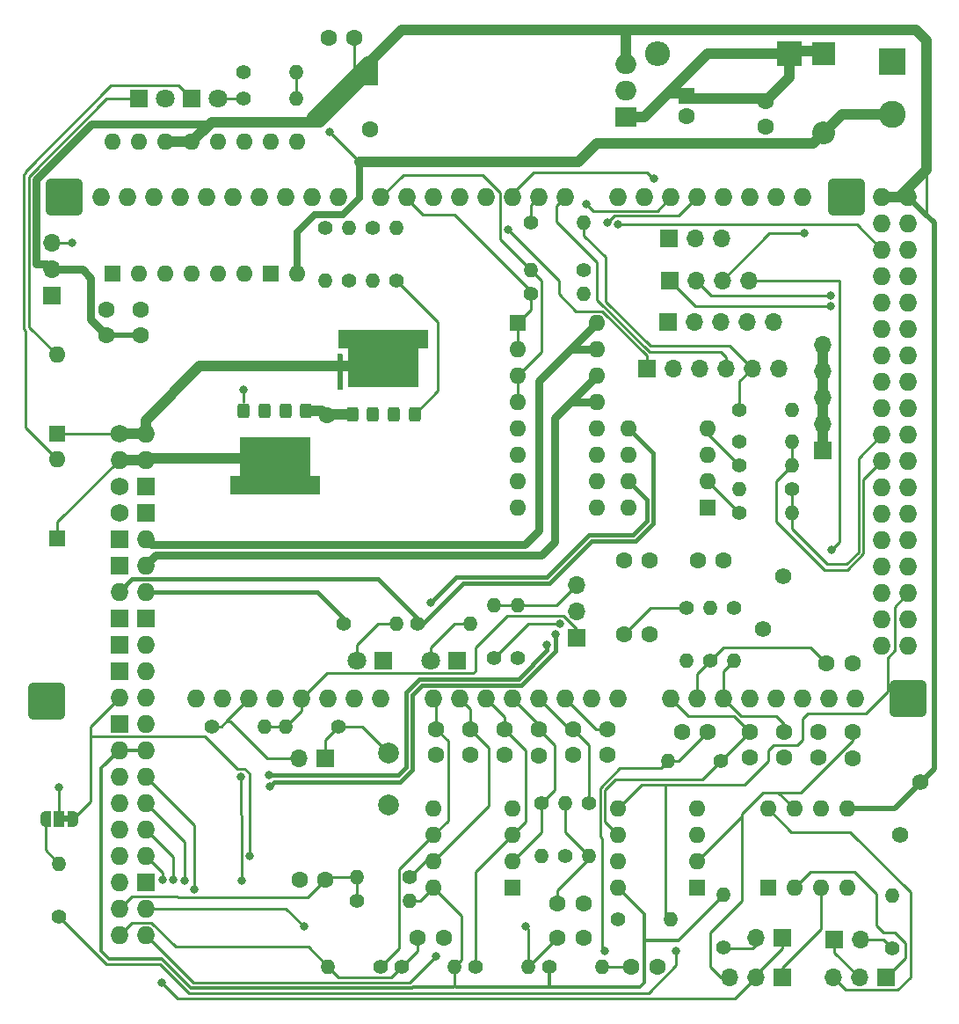
<source format=gtl>
G04 #@! TF.GenerationSoftware,KiCad,Pcbnew,9.0.2*
G04 #@! TF.CreationDate,2025-05-27T17:03:47+02:00*
G04 #@! TF.ProjectId,v0.4.3d,76302e34-2e33-4642-9e6b-696361645f70,4d*
G04 #@! TF.SameCoordinates,Original*
G04 #@! TF.FileFunction,Copper,L1,Top*
G04 #@! TF.FilePolarity,Positive*
%FSLAX46Y46*%
G04 Gerber Fmt 4.6, Leading zero omitted, Abs format (unit mm)*
G04 Created by KiCad (PCBNEW 9.0.2) date 2025-05-27 17:03:47*
%MOMM*%
%LPD*%
G01*
G04 APERTURE LIST*
G04 Aperture macros list*
%AMRoundRect*
0 Rectangle with rounded corners*
0 $1 Rounding radius*
0 $2 $3 $4 $5 $6 $7 $8 $9 X,Y pos of 4 corners*
0 Add a 4 corners polygon primitive as box body*
4,1,4,$2,$3,$4,$5,$6,$7,$8,$9,$2,$3,0*
0 Add four circle primitives for the rounded corners*
1,1,$1+$1,$2,$3*
1,1,$1+$1,$4,$5*
1,1,$1+$1,$6,$7*
1,1,$1+$1,$8,$9*
0 Add four rect primitives between the rounded corners*
20,1,$1+$1,$2,$3,$4,$5,0*
20,1,$1+$1,$4,$5,$6,$7,0*
20,1,$1+$1,$6,$7,$8,$9,0*
20,1,$1+$1,$8,$9,$2,$3,0*%
%AMFreePoly0*
4,1,23,0.550000,-0.750000,0.000000,-0.750000,0.000000,-0.745722,-0.065263,-0.745722,-0.191342,-0.711940,-0.304381,-0.646677,-0.396677,-0.554381,-0.461940,-0.441342,-0.495722,-0.315263,-0.495722,-0.250000,-0.500000,-0.250000,-0.500000,0.250000,-0.495722,0.250000,-0.495722,0.315263,-0.461940,0.441342,-0.396677,0.554381,-0.304381,0.646677,-0.191342,0.711940,-0.065263,0.745722,0.000000,0.745722,
0.000000,0.750000,0.550000,0.750000,0.550000,-0.750000,0.550000,-0.750000,$1*%
%AMFreePoly1*
4,1,23,0.000000,0.745722,0.065263,0.745722,0.191342,0.711940,0.304381,0.646677,0.396677,0.554381,0.461940,0.441342,0.495722,0.315263,0.495722,0.250000,0.500000,0.250000,0.500000,-0.250000,0.495722,-0.250000,0.495722,-0.315263,0.461940,-0.441342,0.396677,-0.554381,0.304381,-0.646677,0.191342,-0.711940,0.065263,-0.745722,0.000000,-0.745722,0.000000,-0.750000,-0.550000,-0.750000,
-0.550000,0.750000,0.000000,0.750000,0.000000,0.745722,0.000000,0.745722,$1*%
%AMFreePoly2*
4,1,9,3.630000,-4.300000,1.870000,-4.300000,1.870000,-3.400000,-1.870000,-3.400000,-1.870000,3.400000,1.870000,3.400000,1.870000,4.300000,3.630000,4.300000,3.630000,-4.300000,3.630000,-4.300000,$1*%
G04 Aperture macros list end*
G04 #@! TA.AperFunction,EtchedComponent*
%ADD10C,0.000000*%
G04 #@! TD*
G04 #@! TA.AperFunction,ComponentPad*
%ADD11O,1.727200X1.727200*%
G04 #@! TD*
G04 #@! TA.AperFunction,ComponentPad*
%ADD12R,1.700000X1.700000*%
G04 #@! TD*
G04 #@! TA.AperFunction,ComponentPad*
%ADD13O,1.700000X1.700000*%
G04 #@! TD*
G04 #@! TA.AperFunction,ComponentPad*
%ADD14R,1.600000X1.600000*%
G04 #@! TD*
G04 #@! TA.AperFunction,ComponentPad*
%ADD15O,1.600000X1.600000*%
G04 #@! TD*
G04 #@! TA.AperFunction,ComponentPad*
%ADD16R,2.600000X2.600000*%
G04 #@! TD*
G04 #@! TA.AperFunction,ComponentPad*
%ADD17C,2.600000*%
G04 #@! TD*
G04 #@! TA.AperFunction,ComponentPad*
%ADD18C,1.727200*%
G04 #@! TD*
G04 #@! TA.AperFunction,ComponentPad*
%ADD19R,1.727200X1.727200*%
G04 #@! TD*
G04 #@! TA.AperFunction,SMDPad,CuDef*
%ADD20FreePoly0,180.000000*%
G04 #@! TD*
G04 #@! TA.AperFunction,SMDPad,CuDef*
%ADD21R,1.000000X1.500000*%
G04 #@! TD*
G04 #@! TA.AperFunction,SMDPad,CuDef*
%ADD22FreePoly1,180.000000*%
G04 #@! TD*
G04 #@! TA.AperFunction,ComponentPad*
%ADD23C,1.600000*%
G04 #@! TD*
G04 #@! TA.AperFunction,ComponentPad*
%ADD24R,2.200000X2.200000*%
G04 #@! TD*
G04 #@! TA.AperFunction,ComponentPad*
%ADD25O,2.200000X2.200000*%
G04 #@! TD*
G04 #@! TA.AperFunction,ComponentPad*
%ADD26R,2.400000X2.400000*%
G04 #@! TD*
G04 #@! TA.AperFunction,ComponentPad*
%ADD27O,2.400000X2.400000*%
G04 #@! TD*
G04 #@! TA.AperFunction,ComponentPad*
%ADD28C,1.560000*%
G04 #@! TD*
G04 #@! TA.AperFunction,ComponentPad*
%ADD29C,1.400000*%
G04 #@! TD*
G04 #@! TA.AperFunction,ComponentPad*
%ADD30O,1.400000X1.400000*%
G04 #@! TD*
G04 #@! TA.AperFunction,ComponentPad*
%ADD31R,1.800000X1.800000*%
G04 #@! TD*
G04 #@! TA.AperFunction,ComponentPad*
%ADD32C,1.800000*%
G04 #@! TD*
G04 #@! TA.AperFunction,ComponentPad*
%ADD33R,2.000000X1.905000*%
G04 #@! TD*
G04 #@! TA.AperFunction,ComponentPad*
%ADD34O,2.000000X1.905000*%
G04 #@! TD*
G04 #@! TA.AperFunction,ComponentPad*
%ADD35C,2.000000*%
G04 #@! TD*
G04 #@! TA.AperFunction,ComponentPad*
%ADD36RoundRect,0.350000X-1.400000X1.400000X-1.400000X-1.400000X1.400000X-1.400000X1.400000X1.400000X0*%
G04 #@! TD*
G04 #@! TA.AperFunction,SMDPad,CuDef*
%ADD37RoundRect,0.300000X0.300000X-0.400000X0.300000X0.400000X-0.300000X0.400000X-0.300000X-0.400000X0*%
G04 #@! TD*
G04 #@! TA.AperFunction,SMDPad,CuDef*
%ADD38RoundRect,0.287500X0.737500X-0.287500X0.737500X0.287500X-0.737500X0.287500X-0.737500X-0.287500X0*%
G04 #@! TD*
G04 #@! TA.AperFunction,SMDPad,CuDef*
%ADD39FreePoly2,90.000000*%
G04 #@! TD*
G04 #@! TA.AperFunction,SMDPad,CuDef*
%ADD40RoundRect,0.300000X0.300000X-0.325000X0.300000X0.325000X-0.300000X0.325000X-0.300000X-0.325000X0*%
G04 #@! TD*
G04 #@! TA.AperFunction,SMDPad,CuDef*
%ADD41RoundRect,0.175000X0.175000X-0.450000X0.175000X0.450000X-0.175000X0.450000X-0.175000X-0.450000X0*%
G04 #@! TD*
G04 #@! TA.AperFunction,SMDPad,CuDef*
%ADD42RoundRect,0.175000X0.875000X-0.175000X0.875000X0.175000X-0.875000X0.175000X-0.875000X-0.175000X0*%
G04 #@! TD*
G04 #@! TA.AperFunction,SMDPad,CuDef*
%ADD43RoundRect,0.300000X-0.300000X0.400000X-0.300000X-0.400000X0.300000X-0.400000X0.300000X0.400000X0*%
G04 #@! TD*
G04 #@! TA.AperFunction,SMDPad,CuDef*
%ADD44RoundRect,0.287500X-0.737500X0.287500X-0.737500X-0.287500X0.737500X-0.287500X0.737500X0.287500X0*%
G04 #@! TD*
G04 #@! TA.AperFunction,SMDPad,CuDef*
%ADD45FreePoly2,270.000000*%
G04 #@! TD*
G04 #@! TA.AperFunction,SMDPad,CuDef*
%ADD46RoundRect,0.300000X-0.300000X0.325000X-0.300000X-0.325000X0.300000X-0.325000X0.300000X0.325000X0*%
G04 #@! TD*
G04 #@! TA.AperFunction,SMDPad,CuDef*
%ADD47RoundRect,0.175000X-0.175000X0.450000X-0.175000X-0.450000X0.175000X-0.450000X0.175000X0.450000X0*%
G04 #@! TD*
G04 #@! TA.AperFunction,SMDPad,CuDef*
%ADD48RoundRect,0.175000X-0.875000X0.175000X-0.875000X-0.175000X0.875000X-0.175000X0.875000X0.175000X0*%
G04 #@! TD*
G04 #@! TA.AperFunction,ViaPad*
%ADD49C,1.600000*%
G04 #@! TD*
G04 #@! TA.AperFunction,ViaPad*
%ADD50C,0.800000*%
G04 #@! TD*
G04 #@! TA.AperFunction,Conductor*
%ADD51C,1.000000*%
G04 #@! TD*
G04 #@! TA.AperFunction,Conductor*
%ADD52C,0.250000*%
G04 #@! TD*
G04 #@! TA.AperFunction,Conductor*
%ADD53C,0.750000*%
G04 #@! TD*
G04 #@! TA.AperFunction,Conductor*
%ADD54C,0.500000*%
G04 #@! TD*
G04 #@! TA.AperFunction,Conductor*
%ADD55C,0.700000*%
G04 #@! TD*
G04 #@! TA.AperFunction,Conductor*
%ADD56C,0.400000*%
G04 #@! TD*
G04 #@! TA.AperFunction,Conductor*
%ADD57C,0.350000*%
G04 #@! TD*
G04 APERTURE END LIST*
D10*
G04 #@! TA.AperFunction,EtchedComponent*
G36*
X125614000Y-117140000D02*
G01*
X125114000Y-117140000D01*
X125114000Y-116540000D01*
X125614000Y-116540000D01*
X125614000Y-117140000D01*
G37*
G04 #@! TD.AperFunction*
D11*
X160800000Y-57000000D03*
X163340000Y-57000000D03*
X137940000Y-105260000D03*
X145560000Y-105260000D03*
X148100000Y-105260000D03*
X203980000Y-57000000D03*
X206520000Y-57000000D03*
X160800000Y-105260000D03*
X163340000Y-105260000D03*
X165880000Y-105260000D03*
X168420000Y-105260000D03*
X170960000Y-105260000D03*
X173500000Y-105260000D03*
X176040000Y-105260000D03*
X178580000Y-105260000D03*
X183660000Y-105260000D03*
X186200000Y-105260000D03*
X188740000Y-105260000D03*
X191280000Y-105260000D03*
X193820000Y-105260000D03*
X196360000Y-105260000D03*
X198900000Y-105260000D03*
X201440000Y-105260000D03*
X133876000Y-57000000D03*
X173500000Y-57000000D03*
X170960000Y-57000000D03*
X168420000Y-57000000D03*
X165880000Y-57000000D03*
X158260000Y-57000000D03*
X155720000Y-57000000D03*
X151656000Y-57000000D03*
X149116000Y-57000000D03*
X146576000Y-57000000D03*
X144036000Y-57000000D03*
X141496000Y-57000000D03*
X138956000Y-57000000D03*
X178580000Y-57000000D03*
X181120000Y-57000000D03*
X183660000Y-57000000D03*
X186200000Y-57000000D03*
X188740000Y-57000000D03*
X191280000Y-57000000D03*
X193820000Y-57000000D03*
X196360000Y-57000000D03*
X203980000Y-59540000D03*
X206520000Y-59540000D03*
X203980000Y-62080000D03*
X206520000Y-62080000D03*
X203980000Y-64620000D03*
X206520000Y-64620000D03*
X203980000Y-67160000D03*
X206520000Y-67160000D03*
X203980000Y-69700000D03*
X206520000Y-69700000D03*
X203980000Y-72240000D03*
X206520000Y-72240000D03*
X203980000Y-74780000D03*
X206520000Y-74780000D03*
X203980000Y-77320000D03*
X206520000Y-77320000D03*
X203980000Y-79860000D03*
X206520000Y-79860000D03*
X203980000Y-82400000D03*
X206520000Y-82400000D03*
X203980000Y-84940000D03*
X206520000Y-84940000D03*
X203980000Y-87480000D03*
X206520000Y-87480000D03*
X203980000Y-90020000D03*
X206520000Y-90020000D03*
X203980000Y-92560000D03*
X206520000Y-92560000D03*
X203980000Y-95100000D03*
X206520000Y-95100000D03*
X203980000Y-97640000D03*
X206520000Y-97640000D03*
X136416000Y-57000000D03*
X150640000Y-105260000D03*
X153180000Y-105260000D03*
X203980000Y-100180000D03*
X206520000Y-100180000D03*
X140480000Y-105260000D03*
X143020000Y-105260000D03*
X128796000Y-57000000D03*
X131336000Y-57000000D03*
X155720000Y-105260000D03*
D12*
X181300000Y-73500000D03*
D13*
X183840000Y-73500000D03*
X186380000Y-73500000D03*
X188920000Y-73500000D03*
X191460000Y-73500000D03*
X194000000Y-73500000D03*
D14*
X193000000Y-123500000D03*
D15*
X195540000Y-123500000D03*
X198080000Y-123500000D03*
X200620000Y-123500000D03*
X200620000Y-115880000D03*
X198080000Y-115880000D03*
X195540000Y-115880000D03*
X193000000Y-115880000D03*
D16*
X205000000Y-44000000D03*
D17*
X205000000Y-49000000D03*
D12*
X198255000Y-81400000D03*
D13*
X198255000Y-78860000D03*
X198255000Y-76320000D03*
X198255000Y-73780000D03*
X198255000Y-71240000D03*
D12*
X174582000Y-99378000D03*
D13*
X174582000Y-96838000D03*
X174582000Y-94298000D03*
D18*
X130500000Y-79740000D03*
D11*
X133040000Y-79740000D03*
X130500000Y-82280000D03*
X133040000Y-82280000D03*
D18*
X130500000Y-84820000D03*
D19*
X133040000Y-84820000D03*
D18*
X130500000Y-87360000D03*
D19*
X133040000Y-87360000D03*
X130500000Y-89900000D03*
D11*
X133040000Y-89900000D03*
D19*
X130500000Y-92440000D03*
D11*
X133040000Y-92440000D03*
X130500000Y-94980000D03*
X133040000Y-94980000D03*
D19*
X130500000Y-97520000D03*
X133040000Y-97520000D03*
X130500000Y-100060000D03*
D11*
X133040000Y-100060000D03*
D19*
X130500000Y-102600000D03*
D11*
X133040000Y-102600000D03*
X130500000Y-105140000D03*
X133040000Y-105140000D03*
D19*
X130500000Y-107680000D03*
D11*
X133040000Y-107680000D03*
X130500000Y-110220000D03*
X133040000Y-110220000D03*
X130500000Y-112760000D03*
X133040000Y-112760000D03*
X130500000Y-115300000D03*
X133040000Y-115300000D03*
X130500000Y-117840000D03*
X133040000Y-117840000D03*
X130500000Y-120380000D03*
X133040000Y-120380000D03*
X130500000Y-122920000D03*
D19*
X133040000Y-122920000D03*
D11*
X130500000Y-125460000D03*
X133040000Y-125460000D03*
X130500000Y-128000000D03*
X133040000Y-128000000D03*
D12*
X194354000Y-132080000D03*
D13*
X191814000Y-132080000D03*
X189274000Y-132080000D03*
D14*
X129900000Y-64400000D03*
D15*
X132440000Y-64400000D03*
X134980000Y-64400000D03*
X137520000Y-64400000D03*
X140060000Y-64400000D03*
X142600000Y-64400000D03*
D14*
X145140000Y-64400000D03*
D15*
X147680000Y-64400000D03*
X147680000Y-51700000D03*
X145140000Y-51700000D03*
X142600000Y-51700000D03*
X140060000Y-51700000D03*
X137520000Y-51700000D03*
X134980000Y-51700000D03*
X132440000Y-51700000D03*
X129900000Y-51700000D03*
D12*
X183475000Y-61000000D03*
D13*
X186015000Y-61000000D03*
X188555000Y-61000000D03*
D12*
X183500000Y-65000000D03*
D13*
X186040000Y-65000000D03*
X188580000Y-65000000D03*
X191120000Y-65000000D03*
D12*
X183380000Y-69000000D03*
D13*
X185920000Y-69000000D03*
X188460000Y-69000000D03*
X191000000Y-69000000D03*
X193540000Y-69000000D03*
D20*
X126014000Y-116840000D03*
D21*
X124714000Y-116840000D03*
D22*
X123414000Y-116840000D03*
D14*
X154686000Y-45466000D03*
D23*
X154686000Y-50466000D03*
D14*
X124500000Y-79810000D03*
D15*
X124500000Y-72190000D03*
D14*
X124500000Y-89810000D03*
D15*
X124500000Y-82190000D03*
D24*
X198374000Y-43180000D03*
D25*
X198374000Y-50800000D03*
D26*
X195072000Y-43180000D03*
D27*
X182372000Y-43180000D03*
D28*
X205740000Y-118364000D03*
X207640000Y-113264000D03*
X192532000Y-98552000D03*
X194432000Y-93452000D03*
D29*
X154940000Y-59944000D03*
D30*
X154940000Y-65024000D03*
D29*
X195326000Y-85090000D03*
D30*
X190246000Y-85090000D03*
D29*
X190246000Y-80518000D03*
D30*
X195326000Y-80518000D03*
D29*
X157226000Y-65024000D03*
D30*
X157226000Y-59944000D03*
D29*
X190246000Y-87376000D03*
D30*
X195326000Y-87376000D03*
D29*
X190246000Y-82804000D03*
D30*
X195326000Y-82804000D03*
D29*
X142460000Y-45000000D03*
D30*
X147540000Y-45000000D03*
D29*
X152146000Y-98044000D03*
D30*
X157226000Y-98044000D03*
D29*
X170180000Y-66294000D03*
D30*
X175260000Y-66294000D03*
D29*
X175260000Y-64008000D03*
D30*
X170180000Y-64008000D03*
D29*
X150368000Y-59944000D03*
D30*
X150368000Y-65024000D03*
D29*
X152654000Y-65024000D03*
D30*
X152654000Y-59944000D03*
D29*
X142494000Y-47500000D03*
D30*
X147574000Y-47500000D03*
D29*
X173482000Y-120396000D03*
D30*
X173482000Y-115316000D03*
D29*
X188468000Y-111252000D03*
D30*
X183388000Y-111252000D03*
D29*
X175768000Y-115316000D03*
D30*
X175768000Y-120396000D03*
D29*
X171958000Y-131064000D03*
D30*
X177038000Y-131064000D03*
D29*
X171196000Y-115316000D03*
D30*
X171196000Y-120396000D03*
D29*
X157734000Y-131064000D03*
D30*
X162814000Y-131064000D03*
D29*
X153416000Y-124714000D03*
D30*
X158496000Y-124714000D03*
D29*
X164846000Y-131064000D03*
D30*
X169926000Y-131064000D03*
D29*
X155702000Y-131064000D03*
D30*
X150622000Y-131064000D03*
D29*
X158496000Y-122428000D03*
D30*
X153416000Y-122428000D03*
D29*
X188722000Y-129186000D03*
D30*
X188722000Y-124106000D03*
D29*
X139446000Y-107950000D03*
D30*
X144526000Y-107950000D03*
D29*
X151638000Y-107950000D03*
D30*
X146558000Y-107950000D03*
D29*
X190246000Y-77500000D03*
D30*
X195326000Y-77500000D03*
D29*
X170180000Y-59436000D03*
D30*
X175260000Y-59436000D03*
D29*
X185166000Y-96520000D03*
D30*
X185166000Y-101600000D03*
D29*
X124714000Y-126238000D03*
D30*
X124714000Y-121158000D03*
D29*
X189738000Y-96520000D03*
D30*
X189738000Y-101600000D03*
D29*
X187470000Y-101600000D03*
D30*
X187470000Y-96520000D03*
D14*
X168402000Y-123444000D03*
D15*
X168402000Y-120904000D03*
X168402000Y-118364000D03*
X168402000Y-115824000D03*
X160782000Y-115824000D03*
X160782000Y-118364000D03*
X160782000Y-120904000D03*
X160782000Y-123444000D03*
D14*
X187198000Y-86868000D03*
D15*
X187198000Y-84328000D03*
X187198000Y-81788000D03*
X187198000Y-79248000D03*
X179578000Y-79248000D03*
X179578000Y-81788000D03*
X179578000Y-84328000D03*
X179578000Y-86868000D03*
D14*
X186182000Y-123444000D03*
D15*
X186182000Y-120904000D03*
X186182000Y-118364000D03*
X186182000Y-115824000D03*
X178562000Y-115824000D03*
X178562000Y-118364000D03*
X178562000Y-120904000D03*
X178562000Y-123444000D03*
D14*
X168910000Y-69088000D03*
D15*
X168910000Y-71628000D03*
X168910000Y-74168000D03*
X168910000Y-76708000D03*
X168910000Y-79248000D03*
X168910000Y-81788000D03*
X168910000Y-84328000D03*
X168910000Y-86868000D03*
X176530000Y-86868000D03*
X176530000Y-84328000D03*
X176530000Y-81788000D03*
X176530000Y-79248000D03*
X176530000Y-76708000D03*
X176530000Y-74168000D03*
X176530000Y-71628000D03*
X176530000Y-69088000D03*
D31*
X137460000Y-47500000D03*
D32*
X140000000Y-47500000D03*
D31*
X155956000Y-101600000D03*
D32*
X153416000Y-101600000D03*
D31*
X163068000Y-101600000D03*
D32*
X160528000Y-101600000D03*
D31*
X132380000Y-47500000D03*
D32*
X134920000Y-47500000D03*
D33*
X179324000Y-49276000D03*
D34*
X179324000Y-46736000D03*
X179324000Y-44196000D03*
D29*
X204978000Y-129286000D03*
D30*
X204978000Y-124206000D03*
D12*
X204354000Y-132132000D03*
D13*
X201814000Y-132132000D03*
X199274000Y-132132000D03*
D12*
X199390000Y-128432000D03*
D13*
X201930000Y-128432000D03*
D12*
X194354000Y-128270000D03*
D13*
X191814000Y-128270000D03*
D14*
X185166000Y-47244000D03*
D23*
X185166000Y-49244000D03*
D29*
X168910000Y-101346000D03*
D30*
X168910000Y-96266000D03*
D29*
X166624000Y-101346000D03*
D30*
X166624000Y-96266000D03*
D29*
X159258000Y-98044000D03*
D30*
X164338000Y-98044000D03*
D29*
X178562000Y-126492000D03*
D30*
X183642000Y-126492000D03*
D23*
X132588000Y-67818000D03*
X132588000Y-70318000D03*
X129286000Y-67818000D03*
X129286000Y-70318000D03*
X187198000Y-108458000D03*
X184698000Y-108458000D03*
X172720000Y-124968000D03*
X175220000Y-124968000D03*
X179832000Y-131064000D03*
X182332000Y-131064000D03*
X191262000Y-108458000D03*
X191262000Y-110958000D03*
X174244000Y-108204000D03*
X174244000Y-110704000D03*
X170942000Y-110744000D03*
X170942000Y-108244000D03*
X172720000Y-128270000D03*
X175220000Y-128270000D03*
X159258000Y-128270000D03*
X161758000Y-128270000D03*
X150368000Y-122682000D03*
X147868000Y-122682000D03*
X167640000Y-108204000D03*
X167640000Y-110704000D03*
X161036000Y-108204000D03*
X161036000Y-110704000D03*
X164338000Y-108204000D03*
X164338000Y-110704000D03*
X197866000Y-108458000D03*
X197866000Y-110958000D03*
X201168000Y-110998000D03*
X201168000Y-108498000D03*
X192786000Y-47752000D03*
X192786000Y-50252000D03*
X153162000Y-41656000D03*
X150662000Y-41656000D03*
X194564000Y-108458000D03*
X194564000Y-110958000D03*
X198628000Y-101854000D03*
X201128000Y-101854000D03*
X181610000Y-91948000D03*
X179110000Y-91948000D03*
X188722000Y-91948000D03*
X186222000Y-91948000D03*
X181610000Y-99060000D03*
X179110000Y-99060000D03*
X177546000Y-108204000D03*
X177546000Y-110704000D03*
D12*
X150368000Y-110998000D03*
D13*
X147828000Y-110998000D03*
D35*
X156464000Y-110490000D03*
X156464000Y-115490000D03*
D12*
X124000000Y-66500000D03*
D13*
X124000000Y-63960000D03*
X124000000Y-61420000D03*
D36*
X123500000Y-105500000D03*
X125240000Y-57000000D03*
D37*
X152950000Y-77900000D03*
X154950000Y-77900000D03*
X156950000Y-77900000D03*
X158950000Y-77900000D03*
D38*
X153700000Y-74630000D03*
X155950000Y-74630000D03*
X158200000Y-74630000D03*
D39*
X155950000Y-73430000D03*
D38*
X153700000Y-73280000D03*
X155950000Y-73280000D03*
X158200000Y-73280000D03*
X153700000Y-71930000D03*
X155950000Y-71930000D03*
X158200000Y-71930000D03*
D40*
X152400000Y-70530000D03*
D41*
X155950000Y-70530000D03*
D40*
X159500000Y-70530000D03*
D42*
X154250000Y-70255000D03*
X157650000Y-70255000D03*
D43*
X148500000Y-77530000D03*
X146500000Y-77530000D03*
X144500000Y-77530000D03*
X142500000Y-77530000D03*
D44*
X147750000Y-80800000D03*
X145500000Y-80800000D03*
X143250000Y-80800000D03*
D45*
X145500000Y-82000000D03*
D44*
X147750000Y-82150000D03*
X145500000Y-82150000D03*
X143250000Y-82150000D03*
X147750000Y-83500000D03*
X145500000Y-83500000D03*
X143250000Y-83500000D03*
D46*
X149050000Y-84900000D03*
D47*
X145500000Y-84900000D03*
D46*
X141950000Y-84900000D03*
D48*
X147200000Y-85175000D03*
X143800000Y-85175000D03*
D36*
X206520000Y-105260000D03*
X200520000Y-57000000D03*
D49*
X150500000Y-78030000D03*
D50*
X177292000Y-129540000D03*
X161036000Y-130048000D03*
X148336000Y-127217010D03*
X169672000Y-127217010D03*
X150787000Y-50713000D03*
X160528000Y-96012000D03*
X196500000Y-60500000D03*
X199136000Y-90932000D03*
X175514000Y-57658000D03*
X178562000Y-59629950D03*
X199000000Y-67500000D03*
X199000000Y-66500000D03*
X177546000Y-59436000D03*
X167956399Y-60137000D03*
X137700000Y-123600000D03*
X136800000Y-122800002D03*
X143024998Y-120396000D03*
X172954021Y-98044000D03*
X135700000Y-122700000D03*
X134620000Y-132588000D03*
X134700000Y-122699998D03*
X171704000Y-100076000D03*
X144960160Y-112647417D03*
X144985348Y-113743352D03*
X172504010Y-99060000D03*
X142299998Y-122800000D03*
X142240000Y-112776000D03*
X182000000Y-55200000D03*
X184150000Y-129540000D03*
X124714000Y-113786000D03*
X126000000Y-61420000D03*
X142450000Y-75530000D03*
D51*
X133170000Y-82150000D02*
X143250000Y-82150000D01*
X133040000Y-82280000D02*
X133170000Y-82150000D01*
D52*
X161226000Y-75624000D02*
X161226000Y-69024000D01*
X161226000Y-69024000D02*
X157226000Y-65024000D01*
D51*
X138278686Y-73280000D02*
X133040000Y-78518686D01*
X133040000Y-78518686D02*
X133040000Y-79740000D01*
X153700000Y-73280000D02*
X138278686Y-73280000D01*
X150000000Y-77530000D02*
X150500000Y-78030000D01*
X150630000Y-77900000D02*
X150500000Y-78030000D01*
X148500000Y-77530000D02*
X150000000Y-77530000D01*
X152950000Y-77900000D02*
X150630000Y-77900000D01*
D52*
X182688001Y-111951999D02*
X178749591Y-111951999D01*
X187198000Y-108458000D02*
X184404000Y-111252000D01*
X183388000Y-111252000D02*
X182688001Y-111951999D01*
X178749591Y-111951999D02*
X176841990Y-113859600D01*
X137635989Y-132595989D02*
X158488011Y-132595989D01*
X176841990Y-113859600D02*
X176841990Y-118547580D01*
X158488011Y-132595989D02*
X161036000Y-130048000D01*
X184404000Y-111252000D02*
X183388000Y-111252000D01*
X177038000Y-118743590D02*
X177038000Y-129286000D01*
X176841990Y-118547580D02*
X177038000Y-118743590D01*
X133040000Y-128000000D02*
X137635989Y-132595989D01*
X177038000Y-129286000D02*
X177292000Y-129540000D01*
X173482000Y-115316000D02*
X173482000Y-118110000D01*
X175768000Y-120650000D02*
X175768000Y-120396000D01*
X173482000Y-118110000D02*
X175768000Y-120396000D01*
X172720000Y-123698000D02*
X175768000Y-120650000D01*
X172720000Y-124968000D02*
X172720000Y-123698000D01*
X161036000Y-108204000D02*
X161036000Y-105496000D01*
X160782000Y-118364000D02*
X162161001Y-116984999D01*
X160782000Y-118364000D02*
X157470999Y-121675001D01*
X161036000Y-105496000D02*
X160800000Y-105260000D01*
X162161001Y-116984999D02*
X162161001Y-109329001D01*
X162161001Y-109329001D02*
X161036000Y-108204000D01*
X157470999Y-129295001D02*
X155702000Y-131064000D01*
X157470999Y-121675001D02*
X157470999Y-129295001D01*
X133040000Y-125460000D02*
X146578990Y-125460000D01*
X146578990Y-125460000D02*
X148336000Y-127217010D01*
X172720000Y-128270000D02*
X169926000Y-131064000D01*
X169926000Y-127471010D02*
X169672000Y-127217010D01*
X169926000Y-131064000D02*
X169926000Y-127471010D01*
X157734000Y-131064000D02*
X156708999Y-132089001D01*
X131688601Y-126811399D02*
X133610529Y-126811399D01*
X135949130Y-129150000D02*
X148708000Y-129150000D01*
X151647001Y-132089001D02*
X150622000Y-131064000D01*
X159258000Y-128270000D02*
X159258000Y-129540000D01*
X133610529Y-126811399D02*
X135949130Y-129150000D01*
X148708000Y-129150000D02*
X150622000Y-131064000D01*
X156708999Y-132089001D02*
X151647001Y-132089001D01*
X130500000Y-128000000D02*
X131688601Y-126811399D01*
X159258000Y-129540000D02*
X157734000Y-131064000D01*
X150368000Y-122682000D02*
X148626999Y-124423001D01*
X130500000Y-125460000D02*
X131688601Y-124271399D01*
X136223001Y-124423001D02*
X136071399Y-124271399D01*
X148626999Y-124423001D02*
X136223001Y-124423001D01*
X150622000Y-122428000D02*
X150368000Y-122682000D01*
X153416000Y-122428000D02*
X150622000Y-122428000D01*
X153416000Y-122428000D02*
X153416000Y-124714000D01*
X131688601Y-124271399D02*
X136071399Y-124271399D01*
X167640000Y-108204000D02*
X169672000Y-110236000D01*
X167640000Y-107020000D02*
X165880000Y-105260000D01*
X169672000Y-110236000D02*
X169672000Y-117094000D01*
X164846000Y-121920000D02*
X164846000Y-131064000D01*
X168402000Y-118364000D02*
X164846000Y-121920000D01*
X167640000Y-108204000D02*
X167640000Y-107020000D01*
X169672000Y-117094000D02*
X168402000Y-118364000D01*
X172466000Y-109768000D02*
X172466000Y-114046000D01*
X168402000Y-120904000D02*
X171196000Y-118110000D01*
X170942000Y-107782000D02*
X170942000Y-108244000D01*
X168420000Y-105260000D02*
X170942000Y-107782000D01*
X170942000Y-108244000D02*
X172466000Y-109768000D01*
X171196000Y-118110000D02*
X171196000Y-115316000D01*
X172466000Y-114046000D02*
X171196000Y-115316000D01*
D53*
X127762000Y-64762000D02*
X126960000Y-63960000D01*
D51*
X208280000Y-54356000D02*
X205636000Y-57000000D01*
X206520000Y-57000000D02*
X203980000Y-57000000D01*
D52*
X208280000Y-54356000D02*
X208280000Y-58420000D01*
D54*
X209000000Y-112056000D02*
X209000000Y-59480000D01*
D52*
X123500000Y-63460000D02*
X124000000Y-63960000D01*
X173323997Y-97318999D02*
X167857001Y-97318999D01*
X164611999Y-102825001D02*
X150534999Y-102825001D01*
D51*
X154686000Y-45466000D02*
X154940000Y-45212000D01*
D52*
X148100000Y-106408000D02*
X148100000Y-105260000D01*
D53*
X139220000Y-50000000D02*
X139436000Y-49784000D01*
D54*
X132588000Y-70318000D02*
X129286000Y-70318000D01*
D52*
X154940000Y-43688000D02*
X154940000Y-43942000D01*
X153162000Y-46922988D02*
X152620494Y-47464494D01*
X164846000Y-100330000D02*
X164846000Y-102591000D01*
D51*
X154940000Y-43942000D02*
X154432000Y-43942000D01*
D54*
X209000000Y-59480000D02*
X208110000Y-58590000D01*
X200620000Y-115880000D02*
X205176000Y-115880000D01*
D51*
X149860000Y-49784000D02*
X152620494Y-47023506D01*
D52*
X174582000Y-99378000D02*
X174582000Y-98577002D01*
D51*
X154178000Y-45466000D02*
X154686000Y-45466000D01*
D52*
X208280000Y-58420000D02*
X208110000Y-58590000D01*
D51*
X157734000Y-40894000D02*
X207264000Y-40894000D01*
X149098000Y-49276000D02*
X149098000Y-49784000D01*
X205636000Y-57000000D02*
X203980000Y-57000000D01*
X149098000Y-49784000D02*
X149860000Y-49784000D01*
D52*
X146558000Y-107950000D02*
X148100000Y-106408000D01*
D51*
X154432000Y-43942000D02*
X149098000Y-49276000D01*
X207264000Y-40894000D02*
X208280000Y-41910000D01*
D52*
X164846000Y-102591000D02*
X164611999Y-102825001D01*
D54*
X208110000Y-58590000D02*
X206520000Y-57000000D01*
D52*
X153162000Y-41656000D02*
X153162000Y-46922988D01*
D51*
X134980000Y-51700000D02*
X137520000Y-51700000D01*
D53*
X129286000Y-70318000D02*
X127762000Y-68794000D01*
D54*
X205176000Y-115880000D02*
X209000000Y-112056000D01*
D51*
X179324000Y-44196000D02*
X179324000Y-41402000D01*
D53*
X126960000Y-63960000D02*
X124000000Y-63960000D01*
X122500000Y-63460000D02*
X123500000Y-63460000D01*
D52*
X144526000Y-107950000D02*
X146558000Y-107950000D01*
D53*
X127800000Y-50000000D02*
X139220000Y-50000000D01*
X127762000Y-68794000D02*
X127762000Y-64762000D01*
X127800000Y-50000000D02*
X122500000Y-55300000D01*
D51*
X139436000Y-49784000D02*
X149098000Y-49784000D01*
X152654000Y-46990000D02*
X154178000Y-45466000D01*
D52*
X167857001Y-97318999D02*
X164846000Y-100330000D01*
D53*
X122500000Y-55300000D02*
X122500000Y-63460000D01*
D51*
X154940000Y-45212000D02*
X154940000Y-43688000D01*
X208280000Y-41910000D02*
X208280000Y-54356000D01*
X154940000Y-43688000D02*
X157734000Y-40894000D01*
X137520000Y-51700000D02*
X139436000Y-49784000D01*
D52*
X150534999Y-102825001D02*
X148100000Y-105260000D01*
X174582000Y-98577002D02*
X173323997Y-97318999D01*
D55*
X147680000Y-64400000D02*
X147680000Y-60346000D01*
D52*
X172614000Y-96266000D02*
X174582000Y-94298000D01*
D51*
X200152000Y-49022000D02*
X204978000Y-49022000D01*
X204978000Y-49022000D02*
X205000000Y-49000000D01*
D52*
X167132000Y-96266000D02*
X169418000Y-96266000D01*
D55*
X153633010Y-53594000D02*
X153633010Y-57113010D01*
D52*
X147540000Y-47466000D02*
X147574000Y-47500000D01*
X147540000Y-45000000D02*
X147540000Y-47466000D01*
D55*
X152072020Y-58674000D02*
X153633010Y-57113010D01*
D52*
X150787000Y-50747990D02*
X153633010Y-53594000D01*
D51*
X176530000Y-51816000D02*
X197358000Y-51816000D01*
X174752000Y-53594000D02*
X176530000Y-51816000D01*
D55*
X149352000Y-58674000D02*
X152072020Y-58674000D01*
D52*
X150787000Y-50713000D02*
X150787000Y-50747990D01*
X169418000Y-96266000D02*
X172614000Y-96266000D01*
D51*
X153633010Y-53594000D02*
X174752000Y-53594000D01*
X197358000Y-51816000D02*
X200152000Y-49022000D01*
D55*
X147680000Y-60346000D02*
X149352000Y-58674000D01*
D52*
X157226000Y-98044000D02*
X155448000Y-98044000D01*
X153416000Y-100076000D02*
X153416000Y-101600000D01*
X155448000Y-98044000D02*
X153416000Y-100076000D01*
X160528000Y-100330000D02*
X160528000Y-101600000D01*
X164338000Y-98044000D02*
X162814000Y-98044000D01*
X162814000Y-98044000D02*
X160528000Y-100330000D01*
X121799000Y-69489000D02*
X124500000Y-72190000D01*
X121799000Y-55009636D02*
X121799000Y-69489000D01*
X129308636Y-47500000D02*
X121799000Y-55009636D01*
X132380000Y-47500000D02*
X129308636Y-47500000D01*
X124500000Y-79810000D02*
X130430000Y-79810000D01*
D51*
X133040000Y-79740000D02*
X130500000Y-79740000D01*
D52*
X130430000Y-79810000D02*
X130500000Y-79740000D01*
D51*
X133040000Y-82280000D02*
X133200000Y-82120000D01*
X133040000Y-82280000D02*
X130500000Y-82280000D01*
D52*
X130500000Y-82280000D02*
X124500000Y-88280000D01*
X124500000Y-88280000D02*
X124500000Y-89810000D01*
X140000000Y-47500000D02*
X142494000Y-47500000D01*
D51*
X187198000Y-43180000D02*
X183388000Y-46990000D01*
X184912000Y-46990000D02*
X183388000Y-46990000D01*
X192532000Y-47498000D02*
X185420000Y-47498000D01*
X183388000Y-46990000D02*
X181102000Y-49276000D01*
X198374000Y-43180000D02*
X198120000Y-42926000D01*
X185420000Y-47498000D02*
X185166000Y-47244000D01*
X195072000Y-45466000D02*
X192786000Y-47752000D01*
X195326000Y-42926000D02*
X195072000Y-43180000D01*
X181102000Y-49276000D02*
X179324000Y-49276000D01*
X198120000Y-42926000D02*
X195326000Y-42926000D01*
X195072000Y-43180000D02*
X187198000Y-43180000D01*
X192786000Y-47752000D02*
X192532000Y-47498000D01*
X185166000Y-47244000D02*
X184912000Y-46990000D01*
X195072000Y-43180000D02*
X195072000Y-45466000D01*
D53*
X173990000Y-76708000D02*
X173736000Y-76962000D01*
X134040000Y-91440000D02*
X133040000Y-92440000D01*
X176530000Y-76708000D02*
X173990000Y-76708000D01*
X172466000Y-78232000D02*
X172466000Y-90170000D01*
X176530000Y-74168000D02*
X172466000Y-78232000D01*
X172466000Y-90170000D02*
X171196000Y-91440000D01*
X171196000Y-91440000D02*
X134040000Y-91440000D01*
D52*
X176536998Y-63246000D02*
X172636401Y-59345403D01*
X181586108Y-71913893D02*
X188413893Y-71913893D01*
X176536998Y-66864783D02*
X181586108Y-71913893D01*
X188413893Y-71913893D02*
X188920000Y-72420000D01*
X172636401Y-57863599D02*
X173500000Y-57000000D01*
X172636401Y-59345403D02*
X172636401Y-57863599D01*
X176536998Y-63246000D02*
X176536998Y-66864783D01*
X188920000Y-72420000D02*
X188920000Y-73500000D01*
X190246000Y-87376000D02*
X187198000Y-84328000D01*
X187198000Y-79756000D02*
X187198000Y-79248000D01*
X190246000Y-82804000D02*
X187198000Y-79756000D01*
D56*
X171947064Y-94164022D02*
X163645978Y-94164022D01*
X159258000Y-98044000D02*
X159258000Y-97536000D01*
X176011064Y-90100022D02*
X171947064Y-94164022D01*
X159766000Y-98044000D02*
X159258000Y-98044000D01*
X130500000Y-94980000D02*
X131763601Y-93716399D01*
X181956011Y-88386532D02*
X180242521Y-90100022D01*
X181956011Y-81626011D02*
X181956011Y-88386532D01*
X159258000Y-97536000D02*
X155438399Y-93716399D01*
X180242521Y-90100022D02*
X176011064Y-90100022D01*
X163645978Y-94164022D02*
X159766000Y-98044000D01*
X179578000Y-79248000D02*
X181956011Y-81626011D01*
X131763601Y-93716399D02*
X155438399Y-93716399D01*
X181356000Y-86106000D02*
X181356000Y-88138000D01*
X152146000Y-98044000D02*
X152146000Y-97536000D01*
X179578000Y-84328000D02*
X181356000Y-86106000D01*
X162975989Y-93564011D02*
X160528000Y-96012000D01*
X179993989Y-89500011D02*
X175762532Y-89500011D01*
X181356000Y-88138000D02*
X179993989Y-89500011D01*
X149590000Y-94980000D02*
X133040000Y-94980000D01*
X175762532Y-89500011D02*
X171698532Y-93564011D01*
X152146000Y-97536000D02*
X149590000Y-94980000D01*
X171698532Y-93564011D02*
X162975989Y-93564011D01*
D52*
X170180000Y-57780000D02*
X170180000Y-59436000D01*
X170960000Y-57000000D02*
X170180000Y-57780000D01*
X188740000Y-105260000D02*
X188740000Y-102598000D01*
X194564000Y-108458000D02*
X194564000Y-107696000D01*
X188740000Y-102598000D02*
X189738000Y-101600000D01*
X194564000Y-107696000D02*
X193802000Y-106934000D01*
X193802000Y-106934000D02*
X190414000Y-106934000D01*
X190414000Y-106934000D02*
X188740000Y-105260000D01*
X186200000Y-105260000D02*
X186200000Y-102870000D01*
X186200000Y-102870000D02*
X187470000Y-101600000D01*
X188740000Y-100330000D02*
X197104000Y-100330000D01*
X197104000Y-100330000D02*
X198628000Y-101854000D01*
X187470000Y-101600000D02*
X188740000Y-100330000D01*
X166116000Y-109982000D02*
X164338000Y-108204000D01*
X164338000Y-108204000D02*
X164338000Y-106258000D01*
X158496000Y-122428000D02*
X160020000Y-120904000D01*
X166116000Y-115570000D02*
X166116000Y-109982000D01*
X160782000Y-120904000D02*
X166116000Y-115570000D01*
X160020000Y-120904000D02*
X160782000Y-120904000D01*
X164338000Y-106258000D02*
X163340000Y-105260000D01*
X144780000Y-110998000D02*
X141224000Y-107442000D01*
X147828000Y-110998000D02*
X144780000Y-110998000D01*
X141224000Y-107442000D02*
X140970000Y-107442000D01*
X139446000Y-107950000D02*
X140330000Y-107950000D01*
X140970000Y-107442000D02*
X140904000Y-107376000D01*
X140330000Y-107950000D02*
X140904000Y-107376000D01*
X140904000Y-107376000D02*
X143020000Y-105260000D01*
X196500000Y-60500000D02*
X193080000Y-60500000D01*
X193080000Y-60500000D02*
X188580000Y-65000000D01*
X181650000Y-96520000D02*
X179110000Y-99060000D01*
X191120000Y-65000000D02*
X199898000Y-65000000D01*
X199898000Y-90170000D02*
X199136000Y-90932000D01*
X199898000Y-65000000D02*
X199898000Y-90170000D01*
X185166000Y-96520000D02*
X181650000Y-96520000D01*
X176167999Y-58311999D02*
X175514000Y-57658000D01*
X183660000Y-57000000D02*
X182348001Y-58311999D01*
X182348001Y-58311999D02*
X176167999Y-58311999D01*
X158260000Y-57000000D02*
X158260000Y-57168000D01*
X158260000Y-57168000D02*
X159766000Y-58674000D01*
X170180000Y-66294000D02*
X170180000Y-67818000D01*
X170180000Y-67818000D02*
X168910000Y-69088000D01*
X168910000Y-69088000D02*
X168910000Y-71628000D01*
X170180000Y-66040000D02*
X170180000Y-66294000D01*
X159766000Y-58674000D02*
X162814000Y-58674000D01*
X162814000Y-58674000D02*
X170180000Y-66040000D01*
X171205001Y-65033001D02*
X171205001Y-71872999D01*
X155720000Y-57000000D02*
X157856000Y-54864000D01*
X167231399Y-61059399D02*
X170180000Y-64008000D01*
X165503130Y-54864000D02*
X167231399Y-56592269D01*
X167231399Y-56592269D02*
X167231399Y-61059399D01*
X168910000Y-76708000D02*
X168910000Y-74168000D01*
X170180000Y-64008000D02*
X171205001Y-65033001D01*
X171205001Y-71872999D02*
X168910000Y-74168000D01*
X157856000Y-54864000D02*
X165503130Y-54864000D01*
X203980000Y-62080000D02*
X201529950Y-59629950D01*
X201529950Y-59629950D02*
X178562000Y-59629950D01*
X201700000Y-82140000D02*
X203980000Y-79860000D01*
X198726000Y-92300000D02*
X200562000Y-92300000D01*
X195326000Y-85090000D02*
X195326000Y-88900000D01*
X195326000Y-88900000D02*
X198726000Y-92300000D01*
X200562000Y-92300000D02*
X201700000Y-91162000D01*
X201700000Y-91162000D02*
X201700000Y-82140000D01*
X198438410Y-92900000D02*
X193802000Y-88263590D01*
X193802000Y-84328000D02*
X195326000Y-82804000D01*
X200598411Y-92900000D02*
X198438410Y-92900000D01*
X202200000Y-84180000D02*
X202200000Y-91298411D01*
X202200000Y-91298411D02*
X200598411Y-92900000D01*
X203980000Y-82400000D02*
X202200000Y-84180000D01*
X195326000Y-82804000D02*
X195326000Y-80518000D01*
X193802000Y-88263590D02*
X193802000Y-84328000D01*
X204500000Y-104618000D02*
X204500000Y-101342349D01*
X180848000Y-113538000D02*
X178562000Y-115824000D01*
X195834000Y-109728000D02*
X193548000Y-109728000D01*
X204500000Y-101342349D02*
X205200000Y-100642349D01*
X206520000Y-95100000D02*
X205200000Y-96420000D01*
X183134000Y-125984000D02*
X183134000Y-113538000D01*
X202438000Y-106680000D02*
X196850000Y-106680000D01*
X193040000Y-110236000D02*
X193040000Y-111252000D01*
X190754000Y-113538000D02*
X180848000Y-113538000D01*
X193040000Y-111252000D02*
X190754000Y-113538000D01*
X183642000Y-126492000D02*
X183134000Y-125984000D01*
X196342000Y-107188000D02*
X196342000Y-109220000D01*
X196850000Y-106680000D02*
X196342000Y-107188000D01*
X193548000Y-109728000D02*
X193040000Y-110236000D01*
X196342000Y-109220000D02*
X195834000Y-109728000D01*
X202438000Y-106680000D02*
X204500000Y-104618000D01*
X205200000Y-100642349D02*
X205200000Y-96420000D01*
X190500000Y-124714000D02*
X190500000Y-116714998D01*
X201168000Y-109321002D02*
X201168000Y-108498000D01*
X192532000Y-114300000D02*
X193960000Y-114300000D01*
X187452000Y-131064000D02*
X187452000Y-127762000D01*
X189274000Y-132080000D02*
X188468000Y-132080000D01*
X190371002Y-116714998D02*
X190500000Y-116714998D01*
X186182000Y-120904000D02*
X190371002Y-116714998D01*
X196189002Y-114300000D02*
X201168000Y-109321002D01*
X190500000Y-116332000D02*
X192532000Y-114300000D01*
X190500000Y-116714998D02*
X190500000Y-116332000D01*
X193960000Y-114300000D02*
X196189002Y-114300000D01*
X188468000Y-132080000D02*
X187452000Y-131064000D01*
X193960000Y-114300000D02*
X195540000Y-115880000D01*
X187452000Y-127762000D02*
X190500000Y-124714000D01*
X195230000Y-118110000D02*
X193000000Y-115880000D01*
X206698010Y-123894010D02*
X200914000Y-118110000D01*
X199274000Y-132132000D02*
X200449001Y-133307001D01*
X200914000Y-118110000D02*
X195230000Y-118110000D01*
X200449001Y-133307001D02*
X205464001Y-133307001D01*
X205464001Y-133307001D02*
X206698010Y-132072992D01*
X206698010Y-132072992D02*
X206698010Y-123894010D01*
X153924000Y-107950000D02*
X156464000Y-110490000D01*
X151638000Y-107950000D02*
X153924000Y-107950000D01*
X150368000Y-110998000D02*
X150368000Y-109220000D01*
X150368000Y-109220000D02*
X151638000Y-107950000D01*
X136234000Y-46274000D02*
X137460000Y-47500000D01*
X121500000Y-79190000D02*
X121500000Y-69827810D01*
X121348000Y-69675810D02*
X121348000Y-54822826D01*
X121348000Y-54822826D02*
X121500000Y-54670826D01*
X129726000Y-46274000D02*
X136234000Y-46274000D01*
X121500000Y-54670826D02*
X121500000Y-54500000D01*
X121500000Y-69827810D02*
X121348000Y-69675810D01*
X124500000Y-82190000D02*
X121500000Y-79190000D01*
X121500000Y-54500000D02*
X129726000Y-46274000D01*
X189304988Y-71344988D02*
X191460000Y-73500000D01*
X177365987Y-62795989D02*
X175260000Y-60690002D01*
X177365987Y-62795989D02*
X177365987Y-67055962D01*
X190246000Y-74714000D02*
X191460000Y-73500000D01*
X181655013Y-71344988D02*
X189304988Y-71344988D01*
X190246000Y-77500000D02*
X190246000Y-74714000D01*
X177365987Y-67055962D02*
X181655013Y-71344988D01*
X175260000Y-60690002D02*
X175260000Y-59436000D01*
X186000000Y-67500000D02*
X199000000Y-67500000D01*
X183500000Y-65000000D02*
X186000000Y-67500000D01*
X199000000Y-66500000D02*
X187540000Y-66500000D01*
X187540000Y-66500000D02*
X186040000Y-65000000D01*
X186200000Y-57000000D02*
X184417999Y-58782001D01*
X184417999Y-58782001D02*
X178199999Y-58782001D01*
X178199999Y-58782001D02*
X177546000Y-59436000D01*
X172852400Y-65033001D02*
X167956399Y-60137000D01*
X172852400Y-65033001D02*
X172852400Y-66352400D01*
X176996405Y-67962000D02*
X181300000Y-72265595D01*
X181300000Y-72265595D02*
X181300000Y-73500000D01*
X172852400Y-66352400D02*
X174462000Y-67962000D01*
X174462000Y-67962000D02*
X176996405Y-67962000D01*
D53*
X176530000Y-69088000D02*
X173863000Y-71755000D01*
X169570001Y-90424000D02*
X133564000Y-90424000D01*
X176530000Y-71628000D02*
X173990000Y-71628000D01*
X170942000Y-89052001D02*
X169570001Y-90424000D01*
X170942000Y-74676000D02*
X170942000Y-89052001D01*
X173863000Y-71755000D02*
X170942000Y-74676000D01*
X173990000Y-71628000D02*
X173863000Y-71755000D01*
X133564000Y-90424000D02*
X133040000Y-89900000D01*
D52*
X133040000Y-112760000D02*
X137700000Y-117420000D01*
X137700000Y-117420000D02*
X137700000Y-123600000D01*
X133040000Y-115300000D02*
X136800000Y-119060000D01*
X136800000Y-119060000D02*
X136800000Y-122800002D01*
X127704010Y-115149990D02*
X126014000Y-116840000D01*
X130500000Y-105140000D02*
X127704010Y-107935990D01*
X127704010Y-108908010D02*
X138749010Y-108908010D01*
X141891999Y-112050999D02*
X142588001Y-112050999D01*
X142588001Y-112050999D02*
X143024998Y-112487996D01*
X143024998Y-112487996D02*
X143024998Y-120396000D01*
X138749010Y-108908010D02*
X141891999Y-112050999D01*
X127704010Y-108908010D02*
X127704010Y-115149990D01*
X127704010Y-107935990D02*
X127704010Y-108908010D01*
X166624000Y-101346000D02*
X169926000Y-98044000D01*
X169926000Y-98044000D02*
X172954021Y-98044000D01*
X195540000Y-123500000D02*
X197115011Y-121924989D01*
X206248000Y-130238000D02*
X204354000Y-132132000D01*
X201346402Y-121924990D02*
X203454000Y-124032588D01*
X206248000Y-128778000D02*
X206248000Y-130238000D01*
X203454000Y-124032588D02*
X203454000Y-127125590D01*
X197115011Y-121924989D02*
X201346402Y-121924990D01*
X203454000Y-127125590D02*
X204090410Y-127762000D01*
X204090410Y-127762000D02*
X205232000Y-127762000D01*
X205232000Y-127762000D02*
X206248000Y-128778000D01*
X194354000Y-131182998D02*
X194354000Y-132080000D01*
X198080000Y-127456998D02*
X194354000Y-131182998D01*
X198080000Y-123500000D02*
X198080000Y-127456998D01*
X199390000Y-128432000D02*
X199390000Y-129708000D01*
X199390000Y-129708000D02*
X201814000Y-132132000D01*
X135700000Y-120500000D02*
X135700000Y-122700000D01*
X133040000Y-117840000D02*
X135700000Y-120500000D01*
X134700000Y-122040000D02*
X134700000Y-122699998D01*
X136144000Y-134112000D02*
X134620000Y-132588000D01*
X194354000Y-128940000D02*
X194354000Y-129330000D01*
X191814000Y-132080000D02*
X189782000Y-134112000D01*
X191814000Y-131870000D02*
X191814000Y-132080000D01*
X194354000Y-129330000D02*
X191814000Y-131870000D01*
X189782000Y-134112000D02*
X136144000Y-134112000D01*
X133040000Y-120380000D02*
X134700000Y-122040000D01*
X201930000Y-128432000D02*
X204124000Y-128432000D01*
X204124000Y-128432000D02*
X204978000Y-129286000D01*
X188722000Y-129286000D02*
X191468000Y-129286000D01*
X191468000Y-129286000D02*
X191814000Y-128940000D01*
D56*
X158149989Y-104653468D02*
X158149989Y-111852011D01*
X157354583Y-112647417D02*
X144960160Y-112647417D01*
X171704000Y-100641685D02*
X168967685Y-103378000D01*
X171704000Y-100076000D02*
X171704000Y-100641685D01*
X159425457Y-103378000D02*
X158149989Y-104653468D01*
X168967685Y-103378000D02*
X159425457Y-103378000D01*
X158149989Y-111852011D02*
X157354583Y-112647417D01*
X159673989Y-103978011D02*
X158750000Y-104902000D01*
X158750000Y-104902000D02*
X158750000Y-112100543D01*
X169216217Y-103978011D02*
X159673989Y-103978011D01*
X157566543Y-113284000D02*
X145444700Y-113284000D01*
X145444700Y-113284000D02*
X144985348Y-113743352D01*
X172504010Y-99060000D02*
X172504010Y-100690218D01*
X172504010Y-100690218D02*
X169216217Y-103978011D01*
X158750000Y-112100543D02*
X157566543Y-113284000D01*
D57*
X171853000Y-132991000D02*
X162963000Y-132991000D01*
X128778000Y-129540000D02*
X129540000Y-130302000D01*
X137428878Y-133096000D02*
X158695108Y-133096000D01*
X130500000Y-110220000D02*
X128778000Y-111942000D01*
X130500000Y-110220000D02*
X133040000Y-110220000D01*
X158800108Y-132991000D02*
X162709000Y-132991000D01*
D52*
X160782000Y-123444000D02*
X159512000Y-124714000D01*
D57*
X188722000Y-124106000D02*
X188722000Y-124206000D01*
X181102000Y-125984000D02*
X178562000Y-123444000D01*
X134634878Y-130302000D02*
X137428878Y-133096000D01*
X171958000Y-131064000D02*
X171958000Y-132886000D01*
D52*
X162814000Y-132842000D02*
X162963000Y-132991000D01*
D57*
X184404000Y-128524000D02*
X181102000Y-128524000D01*
X188722000Y-124206000D02*
X184404000Y-128524000D01*
D52*
X163513999Y-130364001D02*
X163513999Y-126175999D01*
D57*
X129540000Y-130302000D02*
X134634878Y-130302000D01*
X172063000Y-132991000D02*
X180699000Y-132991000D01*
X158695108Y-133096000D02*
X158800108Y-132991000D01*
X171958000Y-132886000D02*
X171853000Y-132991000D01*
X181102000Y-132588000D02*
X181102000Y-128524000D01*
D52*
X163513999Y-126175999D02*
X160782000Y-123444000D01*
D57*
X181102000Y-128524000D02*
X181102000Y-125984000D01*
D52*
X159512000Y-124714000D02*
X158496000Y-124714000D01*
X162814000Y-131064000D02*
X162814000Y-132842000D01*
X162814000Y-131064000D02*
X163513999Y-130364001D01*
D57*
X171958000Y-132886000D02*
X172063000Y-132991000D01*
X128778000Y-111942000D02*
X128778000Y-129540000D01*
X180699000Y-132991000D02*
X181102000Y-132588000D01*
D52*
X181946000Y-55200000D02*
X181356000Y-54610000D01*
X182000000Y-55200000D02*
X181946000Y-55200000D01*
X177038000Y-131064000D02*
X179832000Y-131064000D01*
X170434000Y-54610000D02*
X168232000Y-56812000D01*
X181356000Y-54610000D02*
X170434000Y-54610000D01*
X142299998Y-122800000D02*
X142299998Y-116499998D01*
X142299998Y-116499998D02*
X142240000Y-116440000D01*
X168232000Y-56812000D02*
X168420000Y-57000000D01*
X142240000Y-116440000D02*
X142240000Y-112776000D01*
X191262000Y-108458000D02*
X189738000Y-106934000D01*
X188468000Y-111252000D02*
X191262000Y-108458000D01*
X177292000Y-114046000D02*
X177292000Y-117094000D01*
X177292000Y-117094000D02*
X178562000Y-118364000D01*
X186690000Y-113030000D02*
X178308000Y-113030000D01*
X188468000Y-111252000D02*
X186690000Y-113030000D01*
X189738000Y-106934000D02*
X185334000Y-106934000D01*
X185334000Y-106934000D02*
X183660000Y-105260000D01*
X178308000Y-113030000D02*
X177292000Y-114046000D01*
X173904000Y-108204000D02*
X174244000Y-108204000D01*
X170960000Y-105260000D02*
X173904000Y-108204000D01*
X175768000Y-109728000D02*
X175768000Y-115316000D01*
X174244000Y-108204000D02*
X175768000Y-109728000D01*
X176444000Y-108204000D02*
X177546000Y-108204000D01*
X124714000Y-126238000D02*
X129278010Y-130802010D01*
X129278010Y-130802010D02*
X134427768Y-130802010D01*
X173500000Y-105260000D02*
X176444000Y-108204000D01*
X181464992Y-133596010D02*
X184150000Y-130911002D01*
X134427768Y-130802010D02*
X137221768Y-133596010D01*
X184150000Y-130911002D02*
X184150000Y-129540000D01*
X137221768Y-133596010D02*
X181464992Y-133596010D01*
D51*
X198255000Y-73780000D02*
X198255000Y-76320000D01*
X198255000Y-81400000D02*
X198255000Y-78860000D01*
X198255000Y-71240000D02*
X198255000Y-73780000D01*
X198255000Y-78860000D02*
X198255000Y-76320000D01*
D52*
X123414000Y-116840000D02*
X123414000Y-119858000D01*
X123414000Y-119858000D02*
X124714000Y-121158000D01*
X124714000Y-113786000D02*
X124714000Y-116840000D01*
X126000000Y-61420000D02*
X124000000Y-61420000D01*
X158950000Y-77900000D02*
X161226000Y-75624000D01*
X142450000Y-75530000D02*
X142450000Y-76760000D01*
G04 #@! TA.AperFunction,Conductor*
G36*
X151641654Y-72063799D02*
G01*
X151650004Y-72065000D01*
X151921000Y-72065000D01*
X151988039Y-72084685D01*
X152033794Y-72137489D01*
X152045000Y-72189000D01*
X152045000Y-75300002D01*
X152050140Y-75371873D01*
X152051320Y-75378414D01*
X152049904Y-75378669D01*
X152049901Y-75440942D01*
X152012123Y-75499718D01*
X151948565Y-75528739D01*
X151930926Y-75530000D01*
X151624000Y-75530000D01*
X151556961Y-75510315D01*
X151511206Y-75457511D01*
X151500000Y-75406000D01*
X151500000Y-72186536D01*
X151519685Y-72119497D01*
X151572489Y-72073742D01*
X151641647Y-72063798D01*
X151641654Y-72063799D01*
G37*
G04 #@! TD.AperFunction*
M02*

</source>
